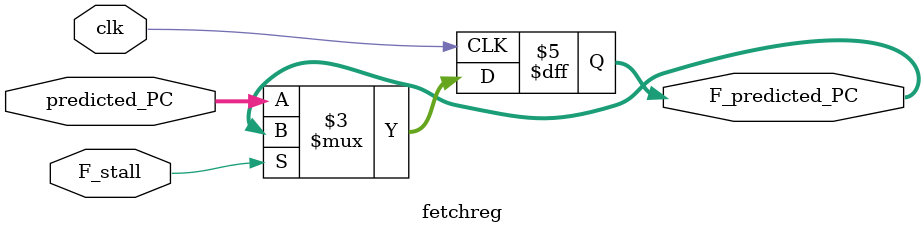
<source format=v>
module fetchreg(clk, predicted_PC, F_predicted_PC,F_stall);


//inputs
input clk;
input [64:1] predicted_PC;
input F_stall;

// outputs
output reg [64:1] F_predicted_PC;

always @(posedge clk)
  begin
    if(F_stall==0)
    begin
    F_predicted_PC <= predicted_PC;
    end
  end

endmodule
</source>
